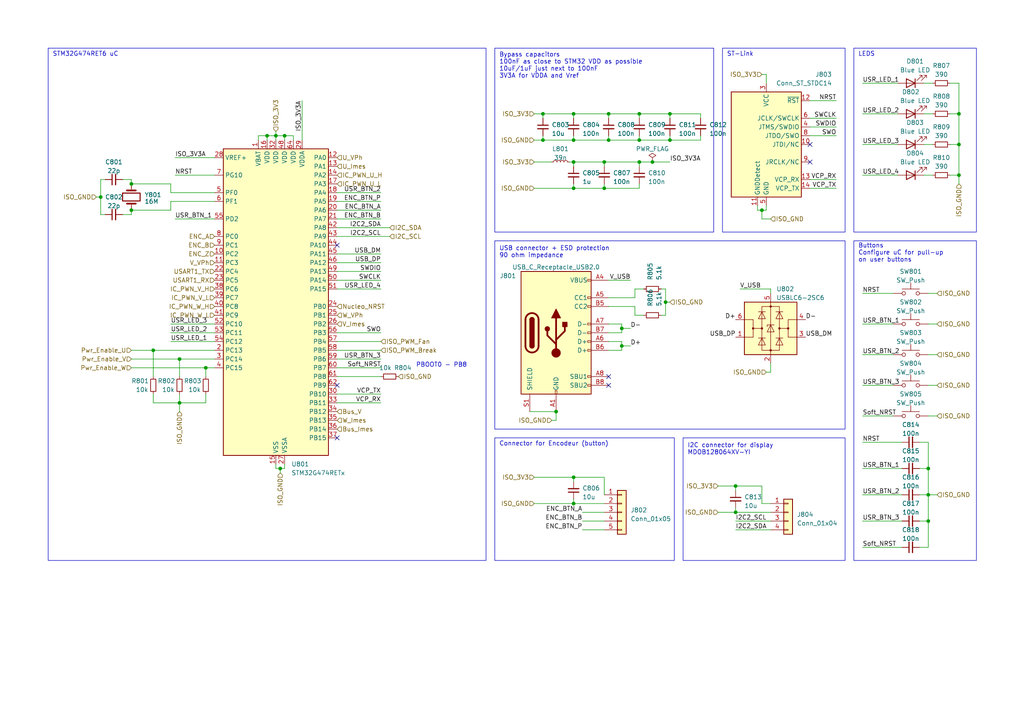
<source format=kicad_sch>
(kicad_sch (version 20250114) (generator "eeschema") (generator_version "9.0")
  (paper "A4")
  (title_block (title "AAP Inverter") (date "2023-05-01") (company "ENSEA"))
  (lib_symbols
    (symbol "Connector:Conn_ST_STDC14"
      (property "Reference" "J" (at -8.89 16.51 0))
      (property "Value" "Conn_ST_STDC14" (at 17.78 16.51 0))
      (symbol "Conn_ST_STDC14_1_1"
        (pin no_connect line (at -10.16 5.08 0) (length 2.54) (hide yes) (name "NC") (number "1"))
        (pin no_connect line (at -10.16 2.54 0) (length 2.54) (hide yes) (name "NC") (number "2"))
        (pin passive line (at -2.54 -17.78 90) (length 2.54) (name "GNDDetect") (number "11"))
        (pin power_in line (at 0 17.78 270) (length 2.54) (name "VCC") (number "3"))
        (pin power_in line (at 0 -17.78 90) (length 2.54) (name "GND") (number "5"))
        (pin passive line (at 0 -17.78 90) (length 2.54) (hide yes) (name "GND") (number "7"))
        (pin open_collector line (at 12.7 12.7 180) (length 2.54) (name "~{RST}") (number "12"))
        (pin output line (at 12.7 7.62 180) (length 2.54) (name "JCLK/SWCLK") (number "6"))
        (pin bidirectional line (at 12.7 5.08 180) (length 2.54) (name "JTMS/SWDIO") (number "4"))
        (pin input line (at 12.7 2.54 180) (length 2.54) (name "JTDO/SWO") (number "8"))
        (pin output line (at 12.7 0 180) (length 2.54) (name "JTDI/NC") (number "10"))
        (pin input line (at 12.7 -5.08 180) (length 2.54) (name "JRCLK/NC") (number "9"))
        (pin output line (at 12.7 -10.16 180) (length 2.54) (name "VCP_RX") (number "13"))
        (pin input line (at 12.7 -12.7 180) (length 2.54) (name "VCP_TX") (number "14"))
      )
    )
    (symbol "Connector:USB_C_Receptacle_USB2.0" (pin_names (offset 1.016))
      (property "Reference" "J" (at -10.16 19.05 0))
      (property "Value" "USB_C_Receptacle_USB2.0" (at 19.05 19.05 0))
      (symbol "USB_C_Receptacle_USB2.0_1_1"
        (pin passive line (at -7.62 -22.86 90) (length 5.08) (name "SHIELD") (number "S1"))
        (pin passive line (at 0 -22.86 90) (length 5.08) (name "GND") (number "A1"))
        (pin passive line (at 0 -22.86 90) (length 5.08) (hide yes) (name "GND") (number "A12"))
        (pin passive line (at 0 -22.86 90) (length 5.08) (hide yes) (name "GND") (number "B1"))
        (pin passive line (at 0 -22.86 90) (length 5.08) (hide yes) (name "GND") (number "B12"))
        (pin passive line (at 15.24 15.24 180) (length 5.08) (name "VBUS") (number "A4"))
        (pin passive line (at 15.24 15.24 180) (length 5.08) (hide yes) (name "VBUS") (number "A9"))
        (pin passive line (at 15.24 15.24 180) (length 5.08) (hide yes) (name "VBUS") (number "B4"))
        (pin passive line (at 15.24 15.24 180) (length 5.08) (hide yes) (name "VBUS") (number "B9"))
        (pin bidirectional line (at 15.24 10.16 180) (length 5.08) (name "CC1") (number "A5"))
        (pin bidirectional line (at 15.24 7.62 180) (length 5.08) (name "CC2") (number "B5"))
        (pin bidirectional line (at 15.24 2.54 180) (length 5.08) (name "D-") (number "A7"))
        (pin bidirectional line (at 15.24 0 180) (length 5.08) (name "D-") (number "B7"))
        (pin bidirectional line (at 15.24 -2.54 180) (length 5.08) (name "D+") (number "A6"))
        (pin bidirectional line (at 15.24 -5.08 180) (length 5.08) (name "D+") (number "B6"))
        (pin bidirectional line (at 15.24 -12.7 180) (length 5.08) (name "SBU1") (number "A8"))
        (pin bidirectional line (at 15.24 -15.24 180) (length 5.08) (name "SBU2") (number "B8"))
      )
    )
    (symbol "Connector_Generic:Conn_01x04" (pin_names (offset 1.016) (hide yes))
      (property "Reference" "J" (at 0 5.08 0))
      (property "Value" "Conn_01x04" (at 0 -7.62 0))
      (symbol "Conn_01x04_1_1"
        (pin passive line (at -5.08 2.54 0) (length 3.81) (name "Pin_1") (number "1"))
        (pin passive line (at -5.08 0 0) (length 3.81) (name "Pin_2") (number "2"))
        (pin passive line (at -5.08 -2.54 0) (length 3.81) (name "Pin_3") (number "3"))
        (pin passive line (at -5.08 -5.08 0) (length 3.81) (name "Pin_4") (number "4"))
      )
    )
    (symbol "Connector_Generic:Conn_01x05" (pin_names (offset 1.016) (hide yes))
      (property "Reference" "J" (at 0 7.62 0))
      (property "Value" "Conn_01x05" (at 0 -7.62 0))
      (symbol "Conn_01x05_1_1"
        (pin passive line (at -5.08 5.08 0) (length 3.81) (name "Pin_1") (number "1"))
        (pin passive line (at -5.08 2.54 0) (length 3.81) (name "Pin_2") (number "2"))
        (pin passive line (at -5.08 0 0) (length 3.81) (name "Pin_3") (number "3"))
        (pin passive line (at -5.08 -2.54 0) (length 3.81) (name "Pin_4") (number "4"))
        (pin passive line (at -5.08 -5.08 0) (length 3.81) (name "Pin_5") (number "5"))
      )
    )
    (symbol "Device:C_Small" (pin_numbers (hide yes)) (pin_names (offset 0.254) (hide yes))
      (property "Reference" "C" (at 0.254 1.778 0))
      (property "Value" "C_Small" (at 0.254 -2.032 0))
      (symbol "C_Small_1_1"
        (pin passive line (at 0 2.54 270) (length 2.032) (name "~") (number "1"))
        (pin passive line (at 0 -2.54 90) (length 2.032) (name "~") (number "2"))
      )
    )
    (symbol "Device:Crystal" (pin_numbers (hide yes)) (pin_names (offset 1.016) (hide yes))
      (property "Reference" "Y" (at 0 3.81 0))
      (property "Value" "Crystal" (at 0 -3.81 0))
      (symbol "Crystal_1_1"
        (pin passive line (at -3.81 0 0) (length 1.27) (name "1") (number "1"))
        (pin passive line (at 3.81 0 180) (length 1.27) (name "2") (number "2"))
      )
    )
    (symbol "Device:LED" (pin_numbers (hide yes)) (pin_names (offset 1.016) (hide yes))
      (property "Reference" "D" (at 0 2.54 0))
      (property "Value" "LED" (at 0 -2.54 0))
      (symbol "LED_1_1"
        (pin passive line (at -3.81 0 0) (length 2.54) (name "K") (number "1"))
        (pin passive line (at 3.81 0 180) (length 2.54) (name "A") (number "2"))
      )
    )
    (symbol "Device:L_Small" (pin_numbers (hide yes)) (pin_names (offset 0.254) (hide yes))
      (property "Reference" "L" (at 0.762 1.016 0))
      (property "Value" "L_Small" (at 0.762 -1.016 0))
      (symbol "L_Small_1_1"
        (pin passive line (at 0 2.54 270) (length 0.508) (name "~") (number "1"))
        (pin passive line (at 0 -2.54 90) (length 0.508) (name "~") (number "2"))
      )
    )
    (symbol "Device:R_Small" (pin_numbers (hide yes)) (pin_names (offset 0.254) (hide yes))
      (property "Reference" "R" (at 0.762 0.508 0))
      (property "Value" "R_Small" (at 0.762 -1.016 0))
      (symbol "R_Small_1_1"
        (pin passive line (at 0 2.54 270) (length 0.762) (name "~") (number "1"))
        (pin passive line (at 0 -2.54 90) (length 0.762) (name "~") (number "2"))
      )
    )
    (symbol "MCU_ST_STM32G4:STM32G474RETx"
      (property "Reference" "U" (at -15.24 46.99 0))
      (property "Value" "STM32G474RETx" (at 10.16 46.99 0))
      (symbol "STM32G474RETx_1_1"
        (pin input line (at -17.78 43.18 0) (length 2.54) (name "VREF+") (number "28"))
        (pin bidirectional line (at -17.78 38.1 0) (length 2.54) (name "PG10") (number "7"))
        (pin bidirectional line (at -17.78 33.02 0) (length 2.54) (name "PF0") (number "5"))
        (pin bidirectional line (at -17.78 30.48 0) (length 2.54) (name "PF1") (number "6"))
        (pin bidirectional line (at -17.78 25.4 0) (length 2.54) (name "PD2") (number "55"))
        (pin bidirectional line (at -17.78 20.32 0) (length 2.54) (name "PC0") (number "8"))
        (pin bidirectional line (at -17.78 17.78 0) (length 2.54) (name "PC1") (number "9"))
        (pin bidirectional line (at -17.78 15.24 0) (length 2.54) (name "PC2") (number "10"))
        (pin bidirectional line (at -17.78 12.7 0) (length 2.54) (name "PC3") (number "11"))
        (pin bidirectional line (at -17.78 10.16 0) (length 2.54) (name "PC4") (number "22"))
        (pin bidirectional line (at -17.78 7.62 0) (length 2.54) (name "PC5") (number "23"))
        (pin bidirectional line (at -17.78 5.08 0) (length 2.54) (name "PC6") (number "38"))
        (pin bidirectional line (at -17.78 2.54 0) (length 2.54) (name "PC7") (number "39"))
        (pin bidirectional line (at -17.78 0 0) (length 2.54) (name "PC8") (number "40"))
        (pin bidirectional line (at -17.78 -2.54 0) (length 2.54) (name "PC9") (number "41"))
        (pin bidirectional line (at -17.78 -5.08 0) (length 2.54) (name "PC10") (number "52"))
        (pin bidirectional line (at -17.78 -7.62 0) (length 2.54) (name "PC11") (number "53"))
        (pin bidirectional line (at -17.78 -10.16 0) (length 2.54) (name "PC12") (number "54"))
        (pin bidirectional line (at -17.78 -12.7 0) (length 2.54) (name "PC13") (number "2"))
        (pin bidirectional line (at -17.78 -15.24 0) (length 2.54) (name "PC14") (number "3"))
        (pin bidirectional line (at -17.78 -17.78 0) (length 2.54) (name "PC15") (number "4"))
        (pin power_in line (at -5.08 48.26 270) (length 2.54) (name "VBAT") (number "1"))
        (pin power_in line (at -2.54 48.26 270) (length 2.54) (name "VDD") (number "16"))
        (pin power_in line (at 0 48.26 270) (length 2.54) (name "VDD") (number "32"))
        (pin power_in line (at 0 -45.72 90) (length 2.54) (name "VSS") (number "15"))
        (pin passive line (at 0 -45.72 90) (length 2.54) (hide yes) (name "VSS") (number "31"))
        (pin passive line (at 0 -45.72 90) (length 2.54) (hide yes) (name "VSS") (number "47"))
        (pin passive line (at 0 -45.72 90) (length 2.54) (hide yes) (name "VSS") (number "63"))
        (pin power_in line (at 2.54 48.26 270) (length 2.54) (name "VDD") (number "48"))
        (pin power_in line (at 2.54 -45.72 90) (length 2.54) (name "VSSA") (number "27"))
        (pin power_in line (at 5.08 48.26 270) (length 2.54) (name "VDD") (number "64"))
        (pin power_in line (at 7.62 48.26 270) (length 2.54) (name "VDDA") (number "29"))
        (pin bidirectional line (at 17.78 43.18 180) (length 2.54) (name "PA0") (number "12"))
        (pin bidirectional line (at 17.78 40.64 180) (length 2.54) (name "PA1") (number "13"))
        (pin bidirectional line (at 17.78 38.1 180) (length 2.54) (name "PA2") (number "14"))
        (pin bidirectional line (at 17.78 35.56 180) (length 2.54) (name "PA3") (number "17"))
        (pin bidirectional line (at 17.78 33.02 180) (length 2.54) (name "PA4") (number "18"))
        (pin bidirectional line (at 17.78 30.48 180) (length 2.54) (name "PA5") (number "19"))
        (pin bidirectional line (at 17.78 27.94 180) (length 2.54) (name "PA6") (number "20"))
        (pin bidirectional line (at 17.78 25.4 180) (length 2.54) (name "PA7") (number "21"))
        (pin bidirectional line (at 17.78 22.86 180) (length 2.54) (name "PA8") (number "42"))
        (pin bidirectional line (at 17.78 20.32 180) (length 2.54) (name "PA9") (number "43"))
        (pin bidirectional line (at 17.78 17.78 180) (length 2.54) (name "PA10") (number "44"))
        (pin bidirectional line (at 17.78 15.24 180) (length 2.54) (name "PA11") (number "45"))
        (pin bidirectional line (at 17.78 12.7 180) (length 2.54) (name "PA12") (number "46"))
        (pin bidirectional line (at 17.78 10.16 180) (length 2.54) (name "PA13") (number "49"))
        (pin bidirectional line (at 17.78 7.62 180) (length 2.54) (name "PA14") (number "50"))
        (pin bidirectional line (at 17.78 5.08 180) (length 2.54) (name "PA15") (number "51"))
        (pin bidirectional line (at 17.78 0 180) (length 2.54) (name "PB0") (number "24"))
        (pin bidirectional line (at 17.78 -2.54 180) (length 2.54) (name "PB1") (number "25"))
        (pin bidirectional line (at 17.78 -5.08 180) (length 2.54) (name "PB2") (number "26"))
        (pin bidirectional line (at 17.78 -7.62 180) (length 2.54) (name "PB3") (number "56"))
        (pin bidirectional line (at 17.78 -10.16 180) (length 2.54) (name "PB4") (number "57"))
        (pin bidirectional line (at 17.78 -12.7 180) (length 2.54) (name "PB5") (number "58"))
        (pin bidirectional line (at 17.78 -15.24 180) (length 2.54) (name "PB6") (number "59"))
        (pin bidirectional line (at 17.78 -17.78 180) (length 2.54) (name "PB7") (number "60"))
        (pin bidirectional line (at 17.78 -20.32 180) (length 2.54) (name "PB8") (number "61"))
        (pin bidirectional line (at 17.78 -22.86 180) (length 2.54) (name "PB9") (number "62"))
        (pin bidirectional line (at 17.78 -25.4 180) (length 2.54) (name "PB10") (number "30"))
        (pin bidirectional line (at 17.78 -27.94 180) (length 2.54) (name "PB11") (number "33"))
        (pin bidirectional line (at 17.78 -30.48 180) (length 2.54) (name "PB12") (number "34"))
        (pin bidirectional line (at 17.78 -33.02 180) (length 2.54) (name "PB13") (number "35"))
        (pin bidirectional line (at 17.78 -35.56 180) (length 2.54) (name "PB14") (number "36"))
        (pin bidirectional line (at 17.78 -38.1 180) (length 2.54) (name "PB15") (number "37"))
      )
    )
    (symbol "Power_Protection:USBLC6-2SC6" (pin_names (hide yes))
      (property "Reference" "U" (at 2.54 8.89 0))
      (property "Value" "USBLC6-2SC6" (at 2.54 -8.89 0))
      (symbol "USBLC6-2SC6_1_1"
        (pin passive line (at -10.16 2.54 0) (length 2.54) (name "I/O1") (number "6"))
        (pin passive line (at -10.16 -2.54 0) (length 2.54) (name "I/O1") (number "1"))
        (pin passive line (at 0 10.16 270) (length 2.54) (name "VBUS") (number "5"))
        (pin passive line (at 0 -10.16 90) (length 2.54) (name "GND") (number "2"))
        (pin passive line (at 10.16 2.54 180) (length 2.54) (name "I/O2") (number "4"))
        (pin passive line (at 10.16 -2.54 180) (length 2.54) (name "I/O2") (number "3"))
      )
    )
    (symbol "Switch:SW_Push" (pin_numbers (hide yes)) (pin_names (offset 1.016) (hide yes))
      (property "Reference" "SW" (at 1.27 2.54 0))
      (property "Value" "SW_Push" (at 0 -1.524 0))
      (symbol "SW_Push_0_1"
        (pin passive line (at -5.08 0 0) (length 2.54) (name "1") (number "1"))
        (pin passive line (at 5.08 0 180) (length 2.54) (name "2") (number "2"))
      )
    )
    (symbol "power:PWR_FLAG" (power) (pin_numbers (hide yes)) (pin_names (offset 0) (hide yes))
      (property "Value" "PWR_FLAG" (at 0 3.81 0))
      (symbol "PWR_FLAG_0_0"
        (pin power_out line (at 0 0 90) (length 0) (name "pwr") (number "1"))
      )
    )
  )
  (rectangle (start 13.97 13.97) (end 140.97 162.56))
  (rectangle (start 143.51 127) (end 195.58 162.56))
  (rectangle (start 143.51 13.97) (end 207.01 67.31))
  (rectangle (start 247.65 69.85) (end 283.21 162.56))
  (rectangle (start 247.65 13.97) (end 283.21 67.31))
  (rectangle (start 209.55 13.97) (end 245.11 67.31))
  (rectangle (start 143.51 69.85) (end 245.11 124.46))
  (rectangle (start 198.12 127) (end 245.11 162.56))
  (text "USB connector + ESD protection\n90 ohm impedance" (at 144.78 74.93 0) (effects (font (size 1.27 1.27)) (justify left bottom)))
  (text "ST-Link\n" (at 210.82 16.51 0) (effects (font (size 1.27 1.27)) (justify left bottom)))
  (text "Bypass capacitors\n100nF as close to STM32 VDD as possible\n10uF/1uF just next to 100nF\n3V3A for VDDA and Vref\n" (at 144.78 22.86 0) (effects (font (size 1.27 1.27)) (justify left bottom)))
  (text "Connector for Encodeur (button)" (at 144.78 129.54 0) (effects (font (size 1.27 1.27)) (justify left bottom)))
  (text "Buttons\nConfigure uC for pull-up \non user buttons" (at 248.92 76.2 0) (effects (font (size 1.27 1.27)) (justify left bottom)))
  (text "I2C connector for display\nMDOB128064XV-YI" (at 199.39 132.08 0) (effects (font (size 1.27 1.27)) (justify left bottom)))
  (text "PBOOT0 - PB8\n" (at 120.65 106.68 0) (effects (font (size 1.27 1.27)) (justify left bottom)))
  (text "STM32G474RET6 uC" (at 15.24 16.51 0) (effects (font (size 1.27 1.27)) (justify left bottom)))
  (text "LEDS\n" (at 248.92 16.51 0) (effects (font (size 1.27 1.27)) (justify left bottom)))
  (junction (at 161.29 119.38))
  (junction (at 175.26 46.99))
  (junction (at 180.34 100.33))
  (junction (at 77.47 39.37))
  (junction (at 193.04 87.63))
  (junction (at 269.24 151.13))
  (junction (at 38.1 60.96))
  (junction (at 269.24 135.89))
  (junction (at 29.21 57.15))
  (junction (at 52.07 116.84))
  (junction (at 213.36 148.59))
  (junction (at 180.34 95.25))
  (junction (at 185.42 33.02))
  (junction (at 220.98 60.96))
  (junction (at 166.37 46.99))
  (junction (at 59.69 106.68))
  (junction (at 278.13 33.02))
  (junction (at 166.37 146.05))
  (junction (at 278.13 50.8))
  (junction (at 194.31 40.64))
  (junction (at 52.07 104.14))
  (junction (at 175.26 54.61))
  (junction (at 166.37 40.64))
  (junction (at 166.37 138.43))
  (junction (at 44.45 101.6))
  (junction (at 81.28 135.89))
  (junction (at 185.42 46.99))
  (junction (at 38.1 53.34))
  (junction (at 176.53 33.02))
  (junction (at 189.23 46.99))
  (junction (at 82.55 39.37))
  (junction (at 166.37 54.61))
  (junction (at 194.31 33.02))
  (junction (at 157.48 40.64))
  (junction (at 269.24 143.51))
  (junction (at 176.53 40.64))
  (junction (at 185.42 40.64))
  (junction (at 166.37 33.02))
  (junction (at 80.01 39.37))
  (junction (at 157.48 33.02))
  (junction (at 278.13 41.91))
  (junction (at 213.36 140.97))
  (no_connect (at 97.79 111.76))
  (no_connect (at 234.95 46.99))
  (no_connect (at 97.79 71.12))
  (no_connect (at 97.79 127))
  (no_connect (at 176.53 111.76))
  (no_connect (at 176.53 109.22))
  (no_connect (at 234.95 41.91))
  (wire (pts (xy 208.28 140.97) (xy 213.36 140.97)))
  (wire (pts (xy 194.31 33.02) (xy 194.31 34.29)))
  (wire (pts (xy 220.98 63.5) (xy 220.98 60.96)))
  (wire (pts (xy 80.01 38.1) (xy 80.01 39.37)))
  (wire (pts (xy 250.19 143.51) (xy 261.62 143.51)))
  (wire (pts (xy 97.79 55.88) (xy 110.49 55.88)))
  (wire (pts (xy 250.19 128.27) (xy 261.62 128.27)))
  (wire (pts (xy 161.29 119.38) (xy 161.29 121.92)))
  (wire (pts (xy 49.53 55.88) (xy 62.23 55.88)))
  (wire (pts (xy 185.42 53.34) (xy 185.42 54.61)))
  (wire (pts (xy 50.8 45.72) (xy 62.23 45.72)))
  (wire (pts (xy 203.2 33.02) (xy 203.2 34.29)))
  (wire (pts (xy 250.19 41.91) (xy 260.35 41.91)))
  (wire (pts (xy 175.26 46.99) (xy 185.42 46.99)))
  (wire (pts (xy 275.59 41.91) (xy 278.13 41.91)))
  (wire (pts (xy 266.7 158.75) (xy 269.24 158.75)))
  (wire (pts (xy 154.94 146.05) (xy 166.37 146.05)))
  (wire (pts (xy 269.24 120.65) (xy 271.78 120.65)))
  (wire (pts (xy 269.24 143.51) (xy 269.24 135.89)))
  (wire (pts (xy 175.26 53.34) (xy 175.26 54.61)))
  (wire (pts (xy 49.53 96.52) (xy 62.23 96.52)))
  (wire (pts (xy 176.53 81.28) (xy 182.88 81.28)))
  (wire (pts (xy 110.49 99.06) (xy 97.79 99.06)))
  (wire (pts (xy 44.45 101.6) (xy 44.45 109.22)))
  (wire (pts (xy 269.24 111.76) (xy 271.78 111.76)))
  (wire (pts (xy 175.26 54.61) (xy 166.37 54.61)))
  (wire (pts (xy 213.36 140.97) (xy 213.36 142.24)))
  (wire (pts (xy 269.24 128.27) (xy 266.7 128.27)))
  (wire (pts (xy 275.59 33.02) (xy 278.13 33.02)))
  (wire (pts (xy 269.24 158.75) (xy 269.24 151.13)))
  (wire (pts (xy 80.01 39.37) (xy 80.01 40.64)))
  (wire (pts (xy 110.49 104.14) (xy 97.79 104.14)))
  (wire (pts (xy 97.79 78.74) (xy 110.49 78.74)))
  (wire (pts (xy 157.48 33.02) (xy 166.37 33.02)))
  (wire (pts (xy 180.34 99.06) (xy 180.34 100.33)))
  (wire (pts (xy 194.31 33.02) (xy 203.2 33.02)))
  (wire (pts (xy 166.37 144.78) (xy 166.37 146.05)))
  (wire (pts (xy 38.1 53.34) (xy 38.1 52.07)))
  (wire (pts (xy 271.78 85.09) (xy 269.24 85.09)))
  (wire (pts (xy 97.79 116.84) (xy 110.49 116.84)))
  (wire (pts (xy 166.37 40.64) (xy 157.48 40.64)))
  (wire (pts (xy 50.8 50.8) (xy 62.23 50.8)))
  (wire (pts (xy 52.07 116.84) (xy 59.69 116.84)))
  (wire (pts (xy 74.93 40.64) (xy 74.93 39.37)))
  (wire (pts (xy 193.04 83.82) (xy 191.77 83.82)))
  (wire (pts (xy 213.36 153.67) (xy 223.52 153.67)))
  (wire (pts (xy 176.53 96.52) (xy 180.34 96.52)))
  (wire (pts (xy 234.95 52.07) (xy 242.57 52.07)))
  (wire (pts (xy 59.69 106.68) (xy 59.69 109.22)))
  (wire (pts (xy 220.98 21.59) (xy 222.25 21.59)))
  (wire (pts (xy 194.31 87.63) (xy 193.04 87.63)))
  (wire (pts (xy 97.79 73.66) (xy 110.49 73.66)))
  (wire (pts (xy 250.19 120.65) (xy 259.08 120.65)))
  (wire (pts (xy 267.97 33.02) (xy 270.51 33.02)))
  (wire (pts (xy 166.37 39.37) (xy 166.37 40.64)))
  (wire (pts (xy 175.26 151.13) (xy 168.91 151.13)))
  (wire (pts (xy 59.69 106.68) (xy 62.23 106.68)))
  (wire (pts (xy 176.53 99.06) (xy 180.34 99.06)))
  (wire (pts (xy 269.24 151.13) (xy 269.24 143.51)))
  (wire (pts (xy 180.34 93.98) (xy 180.34 95.25)))
  (wire (pts (xy 234.95 39.37) (xy 242.57 39.37)))
  (wire (pts (xy 213.36 140.97) (xy 220.98 140.97)))
  (wire (pts (xy 184.15 91.44) (xy 184.15 88.9)))
  (wire (pts (xy 278.13 24.13) (xy 278.13 33.02)))
  (wire (pts (xy 250.19 33.02) (xy 260.35 33.02)))
  (wire (pts (xy 176.53 39.37) (xy 176.53 40.64)))
  (wire (pts (xy 193.04 91.44) (xy 193.04 87.63)))
  (wire (pts (xy 220.98 60.96) (xy 222.25 60.96)))
  (wire (pts (xy 234.95 36.83) (xy 242.57 36.83)))
  (wire (pts (xy 29.21 62.23) (xy 30.48 62.23)))
  (wire (pts (xy 269.24 102.87) (xy 271.78 102.87)))
  (wire (pts (xy 275.59 50.8) (xy 278.13 50.8)))
  (wire (pts (xy 222.25 21.59) (xy 222.25 24.13)))
  (wire (pts (xy 82.55 39.37) (xy 85.09 39.37)))
  (wire (pts (xy 49.53 60.96) (xy 38.1 60.96)))
  (wire (pts (xy 38.1 60.96) (xy 38.1 62.23)))
  (wire (pts (xy 166.37 53.34) (xy 166.37 54.61)))
  (wire (pts (xy 27.94 57.15) (xy 29.21 57.15)))
  (wire (pts (xy 44.45 101.6) (xy 62.23 101.6)))
  (wire (pts (xy 250.19 93.98) (xy 259.08 93.98)))
  (wire (pts (xy 35.56 52.07) (xy 38.1 52.07)))
  (wire (pts (xy 214.63 83.82) (xy 223.52 83.82)))
  (wire (pts (xy 110.49 83.82) (xy 97.79 83.82)))
  (wire (pts (xy 154.94 46.99) (xy 160.02 46.99)))
  (wire (pts (xy 222.25 59.69) (xy 222.25 60.96)))
  (wire (pts (xy 97.79 60.96) (xy 110.49 60.96)))
  (wire (pts (xy 81.28 135.89) (xy 81.28 137.16)))
  (wire (pts (xy 266.7 135.89) (xy 269.24 135.89)))
  (wire (pts (xy 219.71 60.96) (xy 219.71 59.69)))
  (wire (pts (xy 161.29 121.92) (xy 160.02 121.92)))
  (wire (pts (xy 191.77 91.44) (xy 193.04 91.44)))
  (wire (pts (xy 269.24 93.98) (xy 271.78 93.98)))
  (wire (pts (xy 49.53 93.98) (xy 62.23 93.98)))
  (wire (pts (xy 175.26 148.59) (xy 168.91 148.59)))
  (wire (pts (xy 275.59 24.13) (xy 278.13 24.13)))
  (wire (pts (xy 185.42 33.02) (xy 194.31 33.02)))
  (wire (pts (xy 50.8 63.5) (xy 62.23 63.5)))
  (wire (pts (xy 250.19 50.8) (xy 260.35 50.8)))
  (wire (pts (xy 175.26 54.61) (xy 185.42 54.61)))
  (wire (pts (xy 97.79 114.3) (xy 110.49 114.3)))
  (wire (pts (xy 154.94 54.61) (xy 166.37 54.61)))
  (wire (pts (xy 175.26 153.67) (xy 168.91 153.67)))
  (wire (pts (xy 85.09 39.37) (xy 85.09 40.64)))
  (wire (pts (xy 49.53 53.34) (xy 38.1 53.34)))
  (wire (pts (xy 166.37 46.99) (xy 175.26 46.99)))
  (wire (pts (xy 180.34 100.33) (xy 182.88 100.33)))
  (wire (pts (xy 185.42 39.37) (xy 185.42 40.64)))
  (wire (pts (xy 185.42 48.26) (xy 185.42 46.99)))
  (wire (pts (xy 110.49 106.68) (xy 97.79 106.68)))
  (wire (pts (xy 250.19 85.09) (xy 259.08 85.09)))
  (wire (pts (xy 38.1 104.14) (xy 52.07 104.14)))
  (wire (pts (xy 269.24 135.89) (xy 269.24 128.27)))
  (wire (pts (xy 166.37 33.02) (xy 166.37 34.29)))
  (wire (pts (xy 185.42 46.99) (xy 189.23 46.99)))
  (wire (pts (xy 157.48 40.64) (xy 157.48 39.37)))
  (wire (pts (xy 176.53 88.9) (xy 184.15 88.9)))
  (wire (pts (xy 44.45 114.3) (xy 44.45 116.84)))
  (wire (pts (xy 52.07 104.14) (xy 62.23 104.14)))
  (wire (pts (xy 82.55 134.62) (xy 82.55 135.89)))
  (wire (pts (xy 213.36 151.13) (xy 223.52 151.13)))
  (wire (pts (xy 52.07 109.22) (xy 52.07 104.14)))
  (wire (pts (xy 38.1 101.6) (xy 44.45 101.6)))
  (wire (pts (xy 267.97 24.13) (xy 270.51 24.13)))
  (wire (pts (xy 213.36 147.32) (xy 213.36 148.59)))
  (wire (pts (xy 180.34 93.98) (xy 176.53 93.98)))
  (wire (pts (xy 81.28 135.89) (xy 82.55 135.89)))
  (wire (pts (xy 234.95 54.61) (xy 242.57 54.61)))
  (wire (pts (xy 80.01 134.62) (xy 80.01 135.89)))
  (wire (pts (xy 110.49 109.22) (xy 97.79 109.22)))
  (wire (pts (xy 222.25 107.95) (xy 223.52 107.95)))
  (wire (pts (xy 250.19 158.75) (xy 261.62 158.75)))
  (wire (pts (xy 97.79 96.52) (xy 110.49 96.52)))
  (wire (pts (xy 213.36 148.59) (xy 223.52 148.59)))
  (wire (pts (xy 267.97 50.8) (xy 270.51 50.8)))
  (wire (pts (xy 266.7 143.51) (xy 269.24 143.51)))
  (wire (pts (xy 49.53 58.42) (xy 62.23 58.42)))
  (wire (pts (xy 49.53 99.06) (xy 62.23 99.06)))
  (wire (pts (xy 44.45 116.84) (xy 52.07 116.84)))
  (wire (pts (xy 180.34 95.25) (xy 182.88 95.25)))
  (wire (pts (xy 29.21 57.15) (xy 29.21 62.23)))
  (wire (pts (xy 29.21 52.07) (xy 29.21 57.15)))
  (wire (pts (xy 97.79 66.04) (xy 113.03 66.04)))
  (wire (pts (xy 166.37 138.43) (xy 166.37 139.7)))
  (wire (pts (xy 223.52 83.82) (xy 223.52 85.09)))
  (wire (pts (xy 234.95 34.29) (xy 242.57 34.29)))
  (wire (pts (xy 176.53 33.02) (xy 176.53 34.29)))
  (wire (pts (xy 189.23 46.99) (xy 194.31 46.99)))
  (wire (pts (xy 267.97 41.91) (xy 270.51 41.91)))
  (wire (pts (xy 176.53 101.6) (xy 180.34 101.6)))
  (wire (pts (xy 52.07 114.3) (xy 52.07 116.84)))
  (wire (pts (xy 30.48 52.07) (xy 29.21 52.07)))
  (wire (pts (xy 176.53 86.36) (xy 184.15 86.36)))
  (wire (pts (xy 166.37 48.26) (xy 166.37 46.99)))
  (wire (pts (xy 175.26 46.99) (xy 175.26 48.26)))
  (wire (pts (xy 220.98 60.96) (xy 219.71 60.96)))
  (wire (pts (xy 166.37 40.64) (xy 176.53 40.64)))
  (wire (pts (xy 278.13 41.91) (xy 278.13 50.8)))
  (wire (pts (xy 49.53 55.88) (xy 49.53 53.34)))
  (wire (pts (xy 278.13 33.02) (xy 278.13 41.91)))
  (wire (pts (xy 250.19 151.13) (xy 261.62 151.13)))
  (wire (pts (xy 97.79 63.5) (xy 110.49 63.5)))
  (wire (pts (xy 97.79 81.28) (xy 110.49 81.28)))
  (wire (pts (xy 97.79 76.2) (xy 110.49 76.2)))
  (wire (pts (xy 157.48 34.29) (xy 157.48 33.02)))
  (wire (pts (xy 166.37 138.43) (xy 175.26 138.43)))
  (wire (pts (xy 266.7 151.13) (xy 269.24 151.13)))
  (wire (pts (xy 74.93 39.37) (xy 77.47 39.37)))
  (wire (pts (xy 52.07 116.84) (xy 52.07 119.38)))
  (wire (pts (xy 38.1 106.68) (xy 59.69 106.68)))
  (wire (pts (xy 223.52 63.5) (xy 220.98 63.5)))
  (wire (pts (xy 194.31 39.37) (xy 194.31 40.64)))
  (wire (pts (xy 184.15 91.44) (xy 186.69 91.44)))
  (wire (pts (xy 250.19 102.87) (xy 259.08 102.87)))
  (wire (pts (xy 97.79 58.42) (xy 110.49 58.42)))
  (wire (pts (xy 203.2 39.37) (xy 203.2 40.64)))
  (wire (pts (xy 185.42 40.64) (xy 194.31 40.64)))
  (wire (pts (xy 250.19 24.13) (xy 260.35 24.13)))
  (wire (pts (xy 77.47 39.37) (xy 80.01 39.37)))
  (wire (pts (xy 176.53 33.02) (xy 185.42 33.02)))
  (wire (pts (xy 166.37 33.02) (xy 176.53 33.02)))
  (wire (pts (xy 80.01 39.37) (xy 82.55 39.37)))
  (wire (pts (xy 220.98 140.97) (xy 220.98 146.05)))
  (wire (pts (xy 208.28 148.59) (xy 213.36 148.59)))
  (wire (pts (xy 35.56 62.23) (xy 38.1 62.23)))
  (wire (pts (xy 153.67 119.38) (xy 161.29 119.38)))
  (wire (pts (xy 184.15 86.36) (xy 184.15 83.82)))
  (wire (pts (xy 166.37 146.05) (xy 175.26 146.05)))
  (wire (pts (xy 184.15 83.82) (xy 186.69 83.82)))
  (wire (pts (xy 82.55 39.37) (xy 82.55 40.64)))
  (wire (pts (xy 250.19 111.76) (xy 259.08 111.76)))
  (wire (pts (xy 203.2 40.64) (xy 194.31 40.64)))
  (wire (pts (xy 77.47 40.64) (xy 77.47 39.37)))
  (wire (pts (xy 59.69 114.3) (xy 59.69 116.84)))
  (wire (pts (xy 250.19 135.89) (xy 261.62 135.89)))
  (wire (pts (xy 234.95 29.21) (xy 242.57 29.21)))
  (wire (pts (xy 269.24 143.51) (xy 271.78 143.51)))
  (wire (pts (xy 180.34 95.25) (xy 180.34 96.52)))
  (wire (pts (xy 220.98 146.05) (xy 223.52 146.05)))
  (wire (pts (xy 80.01 135.89) (xy 81.28 135.89)))
  (wire (pts (xy 176.53 40.64) (xy 185.42 40.64)))
  (wire (pts (xy 166.37 46.99) (xy 165.1 46.99)))
  (wire (pts (xy 175.26 138.43) (xy 175.26 143.51)))
  (wire (pts (xy 154.94 138.43) (xy 166.37 138.43)))
  (wire (pts (xy 185.42 33.02) (xy 185.42 34.29)))
  (wire (pts (xy 193.04 87.63) (xy 193.04 83.82)))
  (wire (pts (xy 154.94 40.64) (xy 157.48 40.64)))
  (wire (pts (xy 97.79 68.58) (xy 113.03 68.58)))
  (wire (pts (xy 110.49 101.6) (xy 97.79 101.6)))
  (wire (pts (xy 180.34 100.33) (xy 180.34 101.6)))
  (wire (pts (xy 154.94 33.02) (xy 157.48 33.02)))
  (wire (pts (xy 49.53 58.42) (xy 49.53 60.96)))
  (wire (pts (xy 223.52 107.95) (xy 223.52 105.41)))
  (wire (pts (xy 87.63 29.21) (xy 87.63 40.64)))
  (wire (pts (xy 278.13 50.8) (xy 278.13 53.34)))
  (label "USR_BTN_1" (at 250.19 135.89 0))
  (label "D-" (at 233.68 92.71 0))
  (label "NRST" (at 50.8 50.8 0))
  (label "USB_DP" (at 213.36 97.79 180))
  (label "I2C2_SCL" (at 213.36 151.13 0))
  (label "ISO_3V3A" (at 50.8 45.72 0))
  (label "USR_LED_4" (at 110.49 83.82 180))
  (label "USB_DP" (at 110.49 76.2 180))
  (label "USR_LED_4" (at 250.19 50.8 0))
  (label "V_USB" (at 214.63 83.82 0))
  (label "USB_DM" (at 233.68 97.79 0))
  (label "USR_LED_1" (at 49.53 99.06 0))
  (label "D-" (at 182.88 95.25 0))
  (label "VCP_TX" (at 242.57 54.61 180))
  (label "Soft_NRST" (at 250.19 120.65 0))
  (label "USR_LED_3" (at 49.53 93.98 0))
  (label "Soft_NRST" (at 250.19 158.75 0))
  (label "USR_BTN_2" (at 250.19 143.51 0))
  (label "ISO_3V3A" (at 194.31 46.99 0))
  (label "NRST" (at 250.19 85.09 0))
  (label "SWDIO" (at 242.57 36.83 180))
  (label "USR_BTN_3" (at 110.49 104.14 180))
  (label "SWDIO" (at 110.49 78.74 180))
  (label "USR_LED_2" (at 250.19 33.02 0))
  (label "ENC_BTN_B" (at 168.91 151.13 180))
  (label "USR_BTN_2" (at 110.49 55.88 180))
  (label "VCP_TX" (at 110.49 114.3 180))
  (label "USR_LED_1" (at 250.19 24.13 0))
  (label "ENC_BTN_P" (at 110.49 58.42 180))
  (label "Soft_NRST" (at 110.49 106.68 180))
  (label "USR_BTN_1" (at 250.19 93.98 0))
  (label "ENC_BTN_A" (at 168.91 148.59 180))
  (label "D+" (at 213.36 92.71 180))
  (label "USR_BTN_3" (at 250.19 111.76 0))
  (label "V_USB" (at 182.88 81.28 180))
  (label "ISO_3V3A" (at 87.63 29.21 270))
  (label "VCP_RX" (at 242.57 52.07 180))
  (label "USR_BTN_1" (at 50.8 63.5 0))
  (label "ENC_BTN_B" (at 110.49 63.5 180))
  (label "USR_BTN_2" (at 250.19 102.87 0))
  (label "ENC_BTN_P" (at 168.91 153.67 180))
  (label "USR_LED_2" (at 49.53 96.52 0))
  (label "NRST" (at 242.57 29.21 180))
  (label "VCP_RX" (at 110.49 116.84 180))
  (label "I2C2_SDA" (at 213.36 153.67 0))
  (label "I2C2_SCL" (at 110.49 68.58 180))
  (label "SWO" (at 110.49 96.52 180))
  (label "NRST" (at 250.19 128.27 0))
  (label "SWO" (at 242.57 39.37 180))
  (label "USR_LED_3" (at 250.19 41.91 0))
  (label "SWCLK" (at 242.57 34.29 180))
  (label "ENC_BTN_A" (at 110.49 60.96 180))
  (label "I2C2_SDA" (at 110.49 66.04 180))
  (label "D+" (at 182.88 100.33 0))
  (label "SWCLK" (at 110.49 81.28 180))
  (label "USB_DM" (at 110.49 73.66 180))
  (label "USR_BTN_3" (at 250.19 151.13 0))
  (hierarchical_label "ISO_GND" (shape input) (at 278.13 53.34 270))
  (hierarchical_label "IC_PWN_W_H" (shape input) (at 62.23 88.9 180))
  (hierarchical_label "ISO_3V3" (shape input) (at 154.94 46.99 180))
  (hierarchical_label "V_VPh" (shape input) (at 62.23 76.2 180))
  (hierarchical_label "ISO_3V3" (shape input) (at 220.98 21.59 180))
  (hierarchical_label "Nucleo_NRST" (shape input) (at 97.79 88.9 0))
  (hierarchical_label "ISO_GND" (shape input) (at 27.94 57.15 180))
  (hierarchical_label "IC_PWN_V_L" (shape input) (at 62.23 86.36 180))
  (hierarchical_label "U_VPh" (shape input) (at 97.79 45.72 0))
  (hierarchical_label "ISO_3V3" (shape input) (at 208.28 140.97 180))
  (hierarchical_label "USART1_TX" (shape input) (at 62.23 78.74 180))
  (hierarchical_label "ISO_3V3" (shape input) (at 154.94 33.02 180))
  (hierarchical_label "IC_PWN_U_L" (shape input) (at 97.79 53.34 0))
  (hierarchical_label "ISO_GND" (shape input) (at 115.57 109.22 0))
  (hierarchical_label "ISO_GND" (shape input) (at 154.94 146.05 180))
  (hierarchical_label "ISO_3V3" (shape input) (at 154.94 138.43 180))
  (hierarchical_label "IC_PWN_W_L" (shape input) (at 62.23 91.44 180))
  (hierarchical_label "ISO_GND" (shape input) (at 222.25 107.95 180))
  (hierarchical_label "ISO_PWM_Break" (shape input) (at 110.49 101.6 0))
  (hierarchical_label "ENC_A" (shape input) (at 62.23 68.58 180))
  (hierarchical_label "V_Imes" (shape input) (at 97.79 93.98 0))
  (hierarchical_label "ISO_GND" (shape input) (at 271.78 120.65 0))
  (hierarchical_label "ISO_GND" (shape input) (at 271.78 85.09 0))
  (hierarchical_label "U_Imes" (shape input) (at 97.79 48.26 0))
  (hierarchical_label "ISO_GND" (shape input) (at 154.94 54.61 180))
  (hierarchical_label "ISO_GND" (shape input) (at 271.78 93.98 0))
  (hierarchical_label "ISO_GND" (shape input) (at 271.78 102.87 0))
  (hierarchical_label "ISO_GND" (shape input) (at 208.28 148.59 180))
  (hierarchical_label "ENC_B" (shape input) (at 62.23 71.12 180))
  (hierarchical_label "ISO_GND" (shape input) (at 160.02 121.92 180))
  (hierarchical_label "Pwr_Enable_W" (shape input) (at 38.1 106.68 180))
  (hierarchical_label "Pwr_Enable_U" (shape input) (at 38.1 101.6 180))
  (hierarchical_label "USART1_RX" (shape input) (at 62.23 81.28 180))
  (hierarchical_label "ISO_GND" (shape input) (at 271.78 143.51 0))
  (hierarchical_label "ISO_GND" (shape input) (at 81.28 137.16 270))
  (hierarchical_label "ISO_3V3" (shape input) (at 80.01 38.1 90))
  (hierarchical_label "W_VPh" (shape input) (at 97.79 91.44 0))
  (hierarchical_label "ISO_PWM_Fan" (shape input) (at 110.49 99.06 0))
  (hierarchical_label "I2C_SCL" (shape input) (at 113.03 68.58 0))
  (hierarchical_label "IC_PWN_U_H" (shape input) (at 97.79 50.8 0))
  (hierarchical_label "IC_PWN_V_H" (shape input) (at 62.23 83.82 180))
  (hierarchical_label "ISO_GND" (shape input) (at 194.31 87.63 0))
  (hierarchical_label "Bus_V" (shape input) (at 97.79 119.38 0))
  (hierarchical_label "ISO_GND" (shape input) (at 154.94 40.64 180))
  (hierarchical_label "ISO_GND" (shape input) (at 52.07 119.38 270))
  (hierarchical_label "W_Imes" (shape input) (at 97.79 121.92 0))
  (hierarchical_label "ISO_GND" (shape input) (at 223.52 63.5 0))
  (hierarchical_label "ISO_GND" (shape input) (at 271.78 111.76 0))
  (hierarchical_label "Bus_Imes" (shape input) (at 97.79 124.46 0))
  (hierarchical_label "Pwr_Enable_V" (shape input) (at 38.1 104.14 180))
  (hierarchical_label "ENC_Z" (shape input) (at 62.23 73.66 180))
  (hierarchical_label "I2C_SDA" (shape input) (at 113.03 66.04 0))
  (symbol (lib_id "Device:R_Small") (at 273.05 33.02 90) (unit 1)
    (property "Reference" "R808" (at 273.05 27.94 90))
    (property "Value" "390" (at 273.05 30.48 90))
    (property "Footprint" "Resistor_SMD:R_0402_1005Metric" (effects (hide yes)))
    (property "Fournisseur" "Farnell" (effects (hide yes)))
    (property "MFR" "CRCW0402390RFKEDC" (effects (hide yes)))
    (property "Ref" "4177482" (effects (hide yes)))
  )
  (symbol (lib_id "Device:LED") (at 264.16 33.02 180) (unit 1)
    (property "Reference" "D802" (at 264.16 26.67 0))
    (property "Value" "Blue LED" (at 265.43 29.21 0))
    (property "Footprint" "LED_SMD:LED_0603_1608Metric" (effects (hide yes)))
    (property "Fournisseur" "Wurth" (effects (hide yes)))
    (property "MFR" "150 060 BS5 504 0" (effects (hide yes)))
  )
  (symbol (lib_id "Device:LED") (at 264.16 24.13 180) (unit 1)
    (property "Reference" "D801" (at 265.43 17.78 0))
    (property "Value" "Blue LED" (at 265.43 20.32 0))
    (property "Footprint" "LED_SMD:LED_0603_1608Metric" (effects (hide yes)))
    (property "Fournisseur" "Wurth" (effects (hide yes)))
    (property "MFR" "150 060 BS5 504 0" (effects (hide yes)))
  )
  (symbol (lib_id "Device:C_Small") (at 264.16 158.75 90) (unit 1)
    (property "Reference" "C818" (at 264.1663 153.67 90))
    (property "Value" "100n" (at 264.1663 156.21 90))
    (property "Footprint" "Capacitor_SMD:C_0402_1005Metric" (effects (hide yes)))
    (property "Fournisseur" "Wurth" (effects (hide yes)))
    (property "MFR" "885 012 105 018" (effects (hide yes)))
  )
  (symbol (lib_id "power:PWR_FLAG") (at 189.23 46.99 0) (unit 1)
    (property "Reference" "#FLG0801" (effects (hide yes)))
    (property "Value" "PWR_FLAG" (at 189.23 43.18 0))
  )
  (symbol (lib_id "Device:C_Small") (at 166.37 142.24 180) (unit 1)
    (property "Reference" "C806" (at 168.91 141.5986 0) (effects (justify right)))
    (property "Value" "10u" (at 168.91 144.1386 0) (effects (justify right)))
    (property "Footprint" "Capacitor_SMD:C_0603_1608Metric" (effects (hide yes)))
    (property "Fournisseur" "Wurth" (effects (hide yes)))
    (property "MFR" "885 012 106 006" (effects (hide yes)))
  )
  (symbol (lib_id "Device:C_Small") (at 166.37 36.83 0) (unit 1)
    (property "Reference" "C804" (at 168.91 36.2013 0) (effects (justify left)))
    (property "Value" "100n" (at 168.91 38.7413 0) (effects (justify left)))
    (property "Footprint" "Capacitor_SMD:C_0402_1005Metric" (effects (hide yes)))
    (property "Fournisseur" "Wurth" (effects (hide yes)))
    (property "MFR" "885 012 105 018" (effects (hide yes)))
  )
  (symbol (lib_id "Device:LED") (at 264.16 41.91 180) (unit 1)
    (property "Reference" "D803" (at 265.43 35.56 0))
    (property "Value" "Blue LED" (at 265.43 38.1 0))
    (property "Footprint" "LED_SMD:LED_0603_1608Metric" (effects (hide yes)))
    (property "Fournisseur" "Wurth" (effects (hide yes)))
    (property "MFR" "150 060 BS5 504 0" (effects (hide yes)))
  )
  (symbol (lib_id "Device:R_Small") (at 189.23 91.44 90) (unit 1)
    (property "Reference" "R806" (at 188.595 88.9 0) (effects (justify left)))
    (property "Value" "5.1k" (at 191.135 88.9 0) (effects (justify left)))
    (property "Footprint" "Resistor_SMD:R_0402_1005Metric" (effects (hide yes)))
    (property "Fournisseur" "Sotck" (effects (hide yes)))
  )
  (symbol (lib_id "Device:Crystal") (at 38.1 57.15 90) (unit 1)
    (property "Reference" "Y801" (at 41.91 56.515 90) (effects (justify right)))
    (property "Value" "16M" (at 41.91 58.42 90) (effects (justify right)))
    (property "Footprint" "Custom:ABLS-7.3728MHZ-CL-RESR-A-1-G-F" (effects (hide yes)))
    (property "Datasheet" "https://4donline.ihs.com/images/VipMasterIC/IC/ABRC/ABRCS03441/ABRCS03441-1.pdf?hkey=6D3A4C79FDBF58556ACFDE234799DDF0" (effects (hide yes)))
    (property "Fournisseur" "Farnell" (effects (hide yes)))
    (property "MFR" "ABLS-16.000MHZ-20-B-3-H-T" (effects (hide yes)))
    (property "Ref" "3228387" (effects (hide yes)))
  )
  (symbol (lib_id "Switch:SW_Push") (at 264.16 102.87 0) (unit 1)
    (property "Reference" "SW803" (at 264.16 96.52 0))
    (property "Value" "SW_Push" (at 264.16 99.06 0))
    (property "Footprint" "Custom:435451019820" (effects (hide yes)))
    (property "Fournisseur" "Wurth" (effects (hide yes)))
    (property "MFR" "435 451 019 820" (effects (hide yes)))
  )
  (symbol (lib_id "Switch:SW_Push") (at 264.16 85.09 0) (unit 1)
    (property "Reference" "SW801" (at 264.16 78.74 0))
    (property "Value" "SW_Push" (at 264.16 81.28 0))
    (property "Footprint" "Custom:435451019820" (effects (hide yes)))
    (property "Fournisseur" "Wurth" (effects (hide yes)))
    (property "MFR" "435 451 019 820" (effects (hide yes)))
  )
  (symbol (lib_id "Device:R_Small") (at 113.03 109.22 90) (unit 1)
    (property "Reference" "R804" (at 116.84 106.68 90))
    (property "Value" "10k" (at 111.76 106.68 90))
    (property "Footprint" "Resistor_SMD:R_0402_1005Metric" (effects (hide yes)))
    (property "Fournisseur" "Farnell" (effects (hide yes)))
    (property "MFR" "MC00625W0402110K" (effects (hide yes)))
    (property "Ref" "2130433" (effects (hide yes)))
  )
  (symbol (lib_id "Device:R_Small") (at 59.69 111.76 0) (unit 1)
    (property "Reference" "R803" (at 53.34 110.49 0) (effects (justify left)))
    (property "Value" "10k" (at 54.61 113.03 0) (effects (justify left)))
    (property "Footprint" "Resistor_SMD:R_0402_1005Metric" (effects (hide yes)))
    (property "Fournisseur" "Sotck" (effects (hide yes)))
  )
  (symbol (lib_id "Device:R_Small") (at 273.05 41.91 90) (unit 1)
    (property "Reference" "R809" (at 273.05 36.83 90))
    (property "Value" "390" (at 273.05 39.37 90))
    (property "Footprint" "Resistor_SMD:R_0402_1005Metric" (effects (hide yes)))
    (property "Fournisseur" "Farnell" (effects (hide yes)))
    (property "MFR" "CRCW0402390RFKEDC" (effects (hide yes)))
    (property "Ref" "4177482" (effects (hide yes)))
  )
  (symbol (lib_id "Device:R_Small") (at 189.23 83.82 90) (unit 1)
    (property "Reference" "R805" (at 188.595 81.28 0) (effects (justify left)))
    (property "Value" "5.1k" (at 191.135 81.28 0) (effects (justify left)))
    (property "Footprint" "Resistor_SMD:R_0402_1005Metric" (effects (hide yes)))
    (property "Fournisseur" "Sotck" (effects (hide yes)))
  )
  (symbol (lib_id "Device:C_Small") (at 157.48 36.83 0) (unit 1)
    (property "Reference" "C803" (at 160.02 36.2013 0) (effects (justify left)))
    (property "Value" "10u" (at 160.02 38.7413 0) (effects (justify left)))
    (property "Footprint" "Capacitor_SMD:C_0603_1608Metric" (effects (hide yes)))
    (property "Fournisseur" "Wurth" (effects (hide yes)))
    (property "MFR" "885 012 106 006" (effects (hide yes)))
  )
  (symbol (lib_id "Device:C_Small") (at 264.16 143.51 90) (unit 1)
    (property "Reference" "C816" (at 264.1663 138.43 90))
    (property "Value" "100n" (at 264.1663 140.97 90))
    (property "Footprint" "Capacitor_SMD:C_0402_1005Metric" (effects (hide yes)))
    (property "Fournisseur" "Wurth" (effects (hide yes)))
    (property "MFR" "885 012 105 018" (effects (hide yes)))
  )
  (symbol (lib_id "Device:C_Small") (at 185.42 36.83 0) (unit 1)
    (property "Reference" "C809" (at 187.96 36.2013 0) (effects (justify left)))
    (property "Value" "100n" (at 187.96 38.7413 0) (effects (justify left)))
    (property "Footprint" "Capacitor_SMD:C_0402_1005Metric" (effects (hide yes)))
    (property "Fournisseur" "Wurth" (effects (hide yes)))
    (property "MFR" "885 012 105 018" (effects (hide yes)))
  )
  (symbol (lib_id "Device:R_Small") (at 52.07 111.76 0) (unit 1)
    (property "Reference" "R802" (at 45.72 110.49 0) (effects (justify left)))
    (property "Value" "10k" (at 46.99 113.03 0) (effects (justify left)))
    (property "Footprint" "Resistor_SMD:R_0402_1005Metric" (effects (hide yes)))
    (property "Fournisseur" "Sotck" (effects (hide yes)))
  )
  (symbol (lib_id "Connector:Conn_ST_STDC14") (at 222.25 41.91 0) (unit 1)
    (property "Reference" "J803" (at 241.3 21.59 0) (effects (justify right)))
    (property "Value" "Conn_ST_STDC14" (at 241.3 24.13 0) (effects (justify right)))
    (property "Footprint" "Connector_PinHeader_1.27mm:PinHeader_2x07_P1.27mm_Vertical_SMD" (effects (hide yes)))
    (property "Datasheet" "https://www.st.com/content/ccc/resource/technical/document/user_manual/group1/99/49/91/b6/b2/3a/46/e5/DM00526767/files/DM00526767.pdf/jcr:content/translations/en.DM00526767.pdf" (effects (hide yes)))
    (property "Fournisseur" "Stock" (effects (hide yes)))
  )
  (symbol (lib_id "Device:R_Small") (at 273.05 50.8 90) (unit 1)
    (property "Reference" "R810" (at 273.05 45.72 90))
    (property "Value" "390" (at 273.05 48.26 90))
    (property "Footprint" "Resistor_SMD:R_0402_1005Metric" (effects (hide yes)))
    (property "Fournisseur" "Farnell" (effects (hide yes)))
    (property "MFR" "CRCW0402390RFKEDC" (effects (hide yes)))
    (property "Ref" "4177482" (effects (hide yes)))
  )
  (symbol (lib_id "Device:LED") (at 264.16 50.8 180) (unit 1)
    (property "Reference" "D804" (at 265.43 44.45 0))
    (property "Value" "Blue LED" (at 265.43 46.99 0))
    (property "Footprint" "LED_SMD:LED_0603_1608Metric" (effects (hide yes)))
    (property "Fournisseur" "Wurth" (effects (hide yes)))
    (property "MFR" "150 060 BS5 504 0" (effects (hide yes)))
  )
  (symbol (lib_id "Connector_Generic:Conn_01x04") (at 228.6 148.59 0) (unit 1)
    (property "Reference" "J804" (at 231.14 149.225 0) (effects (justify left)))
    (property "Value" "Conn_01x04" (at 231.14 151.765 0) (effects (justify left)))
    (property "Footprint" "Connector_JST:JST_XH_B4B-XH-A_1x04_P2.50mm_Vertical" (effects (hide yes)))
    (property "Fournisseur" "Stock" (effects (hide yes)))
  )
  (symbol (lib_id "Connector_Generic:Conn_01x05") (at 180.34 148.59 0) (unit 1)
    (property "Reference" "J802" (at 182.88 147.955 0) (effects (justify left)))
    (property "Value" "Conn_01x05" (at 182.88 150.495 0) (effects (justify left)))
    (property "Footprint" "Connector_JST:JST_XH_B5B-XH-A_1x05_P2.50mm_Vertical" (effects (hide yes)))
    (property "Fournisseur" "Stock" (effects (hide yes)))
  )
  (symbol (lib_id "Power_Protection:USBLC6-2SC6") (at 223.52 95.25 0) (unit 1)
    (property "Reference" "U802" (at 225.1711 83.82 0) (effects (justify left)))
    (property "Value" "USBLC6-2SC6" (at 225.1711 86.36 0) (effects (justify left)))
    (property "Footprint" "Package_TO_SOT_SMD:SOT-23-6" (effects (hide yes)))
    (property "Datasheet" "https://www.st.com/resource/en/datasheet/usblc6-2.pdf" (effects (hide yes)))
    (property "Fournisseur" "RS" (effects (hide yes)))
    (property "MFR" "USBLC6-2SC6" (effects (hide yes)))
    (property "Ref" "624-7693" (effects (hide yes)))
  )
  (symbol (lib_id "Switch:SW_Push") (at 264.16 120.65 0) (unit 1)
    (property "Reference" "SW805" (at 264.16 114.3 0))
    (property "Value" "SW_Push" (at 264.16 116.84 0))
    (property "Footprint" "Custom:435451019820" (effects (hide yes)))
    (property "Fournisseur" "Wurth" (effects (hide yes)))
    (property "MFR" "435 451 019 820" (effects (hide yes)))
  )
  (symbol (lib_id "Device:C_Small") (at 264.16 151.13 90) (unit 1)
    (property "Reference" "C817" (at 264.1663 146.05 90))
    (property "Value" "100n" (at 264.1663 148.59 90))
    (property "Footprint" "Capacitor_SMD:C_0402_1005Metric" (effects (hide yes)))
    (property "Fournisseur" "Wurth" (effects (hide yes)))
    (property "MFR" "885 012 105 018" (effects (hide yes)))
  )
  (symbol (lib_id "Device:C_Small") (at 213.36 144.78 0) (unit 1)
    (property "Reference" "C813" (at 215.9 144.1513 0) (effects (justify left)))
    (property "Value" "10u" (at 215.9 146.6913 0) (effects (justify left)))
    (property "Footprint" "Capacitor_SMD:C_0603_1608Metric" (effects (hide yes)))
    (property "Fournisseur" "Wurth" (effects (hide yes)))
    (property "MFR" "885 012 106 006" (effects (hide yes)))
  )
  (symbol (lib_id "Device:C_Small") (at 264.16 135.89 90) (unit 1)
    (property "Reference" "C815" (at 264.1663 130.81 90))
    (property "Value" "100n" (at 264.1663 133.35 90))
    (property "Footprint" "Capacitor_SMD:C_0402_1005Metric" (effects (hide yes)))
    (property "Fournisseur" "Wurth" (effects (hide yes)))
    (property "MFR" "885 012 105 018" (effects (hide yes)))
  )
  (symbol (lib_id "MCU_ST_STM32G4:STM32G474RETx") (at 80.01 88.9 0) (unit 1)
    (property "Reference" "U801" (at 84.5059 134.62 0) (effects (justify left)))
    (property "Value" "STM32G474RETx" (at 84.5059 137.16 0) (effects (justify left)))
    (property "Footprint" "Package_QFP:LQFP-64_10x10mm_P0.5mm" (effects (hide yes)))
    (property "Datasheet" "https://www.st.com/resource/en/datasheet/stm32g474re.pdf" (effects (hide yes)))
    (property "Fournisseur" "RS" (effects (hide yes)))
    (property "MFR" "STM32G474RET6" (effects (hide yes)))
    (property "Ref" "193-9861" (effects (hide yes)))
  )
  (symbol (lib_id "Switch:SW_Push") (at 264.16 93.98 0) (unit 1)
    (property "Reference" "SW802" (at 264.16 87.63 0))
    (property "Value" "SW_Push" (at 264.16 90.17 0))
    (property "Footprint" "Custom:435451019820" (effects (hide yes)))
    (property "Fournisseur" "Wurth" (effects (hide yes)))
    (property "MFR" "435 451 019 820" (effects (hide yes)))
  )
  (symbol (lib_id "Device:C_Small") (at 175.26 50.8 0) (unit 1)
    (property "Reference" "C807" (at 177.8 50.1713 0) (effects (justify left)))
    (property "Value" "100n" (at 177.8 52.7113 0) (effects (justify left)))
    (property "Footprint" "Capacitor_SMD:C_0402_1005Metric" (effects (hide yes)))
    (property "Fournisseur" "Wurth" (effects (hide yes)))
    (property "MFR" "885 012 105 018" (effects (hide yes)))
  )
  (symbol (lib_id "Device:C_Small") (at 176.53 36.83 0) (unit 1)
    (property "Reference" "C808" (at 179.07 36.2013 0) (effects (justify left)))
    (property "Value" "100n" (at 179.07 38.7413 0) (effects (justify left)))
    (property "Footprint" "Capacitor_SMD:C_0402_1005Metric" (effects (hide yes)))
    (property "Fournisseur" "Wurth" (effects (hide yes)))
    (property "MFR" "885 012 105 018" (effects (hide yes)))
  )
  (symbol (lib_id "Device:L_Small") (at 162.56 46.99 90) (unit 1)
    (property "Reference" "L801" (at 162.56 43.18 90))
    (property "Value" "39n" (at 162.56 45.72 90))
    (property "Footprint" "Inductor_SMD:L_0603_1608Metric" (effects (hide yes)))
    (property "Fournisseur" "Wurth" (effects (hide yes)))
    (property "MFR" "744 786 013 9" (effects (hide yes)))
  )
  (symbol (lib_id "Device:C_Small") (at 203.2 36.83 0) (unit 1)
    (property "Reference" "C812" (at 205.74 36.2013 0) (effects (justify left)))
    (property "Value" "100n" (at 205.74 38.7413 0) (effects (justify left)))
    (property "Footprint" "Capacitor_SMD:C_0402_1005Metric" (effects (hide yes)))
    (property "Fournisseur" "Wurth" (effects (hide yes)))
    (property "MFR" "885 012 105 018" (effects (hide yes)))
  )
  (symbol (lib_id "Switch:SW_Push") (at 264.16 111.76 0) (unit 1)
    (property "Reference" "SW804" (at 264.16 105.41 0))
    (property "Value" "SW_Push" (at 264.16 107.95 0))
    (property "Footprint" "Custom:435451019820" (effects (hide yes)))
    (property "Fournisseur" "Wurth" (effects (hide yes)))
    (property "MFR" "435 451 019 820" (effects (hide yes)))
  )
  (symbol (lib_id "Device:C_Small") (at 185.42 50.8 0) (unit 1)
    (property "Reference" "C810" (at 187.96 50.1713 0) (effects (justify left)))
    (property "Value" "100n" (at 187.96 52.7113 0) (effects (justify left)))
    (property "Footprint" "Capacitor_SMD:C_0402_1005Metric" (effects (hide yes)))
    (property "Fournisseur" "Wurth" (effects (hide yes)))
    (property "MFR" "885 012 105 018" (effects (hide yes)))
  )
  (symbol (lib_id "Device:C_Small") (at 166.37 50.8 0) (unit 1)
    (property "Reference" "C805" (at 168.91 50.1713 0) (effects (justify left)))
    (property "Value" "1u" (at 168.91 52.7113 0) (effects (justify left)))
    (property "Footprint" "Capacitor_SMD:C_0402_1005Metric" (effects (hide yes)))
    (property "Fournisseur" "Wurth" (effects (hide yes)))
    (property "MFR" "885 012 105 012" (effects (hide yes)))
  )
  (symbol (lib_id "Connector:USB_C_Receptacle_USB2.0") (at 161.29 96.52 0) (unit 1)
    (property "Reference" "J801" (at 147.32 80.01 0))
    (property "Value" "USB_C_Receptacle_USB2.0" (at 161.29 77.47 0))
    (property "Footprint" "Connector_USB:USB_C_Receptacle_HRO_TYPE-C-31-M-12" (effects (hide yes)))
    (property "Datasheet" "https://www.usb.org/sites/default/files/documents/usb_type-c.zip" (effects (hide yes)))
    (property "Fournisseur" "Wurth" (effects (hide yes)))
    (property "MFR" "629 722 000 214" (effects (hide yes)))
  )
  (symbol (lib_id "Device:C_Small") (at 194.31 36.83 0) (unit 1)
    (property "Reference" "C811" (at 196.85 36.2013 0) (effects (justify left)))
    (property "Value" "100n" (at 196.85 38.7413 0) (effects (justify left)))
    (property "Footprint" "Capacitor_SMD:C_0402_1005Metric" (effects (hide yes)))
    (property "Fournisseur" "Wurth" (effects (hide yes)))
    (property "MFR" "885 012 105 018" (effects (hide yes)))
  )
  (symbol (lib_id "Device:C_Small") (at 264.16 128.27 90) (unit 1)
    (property "Reference" "C814" (at 264.1663 123.19 90))
    (property "Value" "100n" (at 264.1663 125.73 90))
    (property "Footprint" "Capacitor_SMD:C_0402_1005Metric" (effects (hide yes)))
    (property "Fournisseur" "Wurth" (effects (hide yes)))
    (property "MFR" "885 012 105 018" (effects (hide yes)))
  )
  (symbol (lib_id "Device:R_Small") (at 44.45 111.76 0) (unit 1)
    (property "Reference" "R801" (at 38.1 110.49 0) (effects (justify left)))
    (property "Value" "10k" (at 39.37 113.03 0) (effects (justify left)))
    (property "Footprint" "Resistor_SMD:R_0402_1005Metric" (effects (hide yes)))
    (property "Fournisseur" "Sotck" (effects (hide yes)))
  )
  (symbol (lib_id "Device:R_Small") (at 273.05 24.13 90) (unit 1)
    (property "Reference" "R807" (at 273.05 19.05 90))
    (property "Value" "390" (at 273.05 21.59 90))
    (property "Footprint" "Resistor_SMD:R_0402_1005Metric" (effects (hide yes)))
    (property "Fournisseur" "Farnell" (effects (hide yes)))
    (property "MFR" "CRCW0402390RFKEDC" (effects (hide yes)))
    (property "Ref" "4177482" (effects (hide yes)))
  )
  (symbol (lib_id "Device:C_Small") (at 33.02 62.23 90) (unit 1)
    (property "Reference" "C802" (at 33.0263 57.15 90))
    (property "Value" "22p" (at 33.0263 59.69 90))
    (property "Footprint" "Capacitor_SMD:C_0402_1005Metric" (effects (hide yes)))
    (property "Fournisseur" "Wurth" (effects (hide yes)))
    (property "MFR" "885 012 005 009" (effects (hide yes)))
  )
  (symbol (lib_id "Device:C_Small") (at 33.02 52.07 90) (unit 1)
    (property "Reference" "C801" (at 33.0263 46.99 90))
    (property "Value" "22p" (at 33.0263 49.53 90))
    (property "Footprint" "Capacitor_SMD:C_0402_1005Metric" (effects (hide yes)))
    (property "Fournisseur" "Wurth" (effects (hide yes)))
    (property "MFR" "885 012 005 009" (effects (hide yes)))
  )
)
</source>
